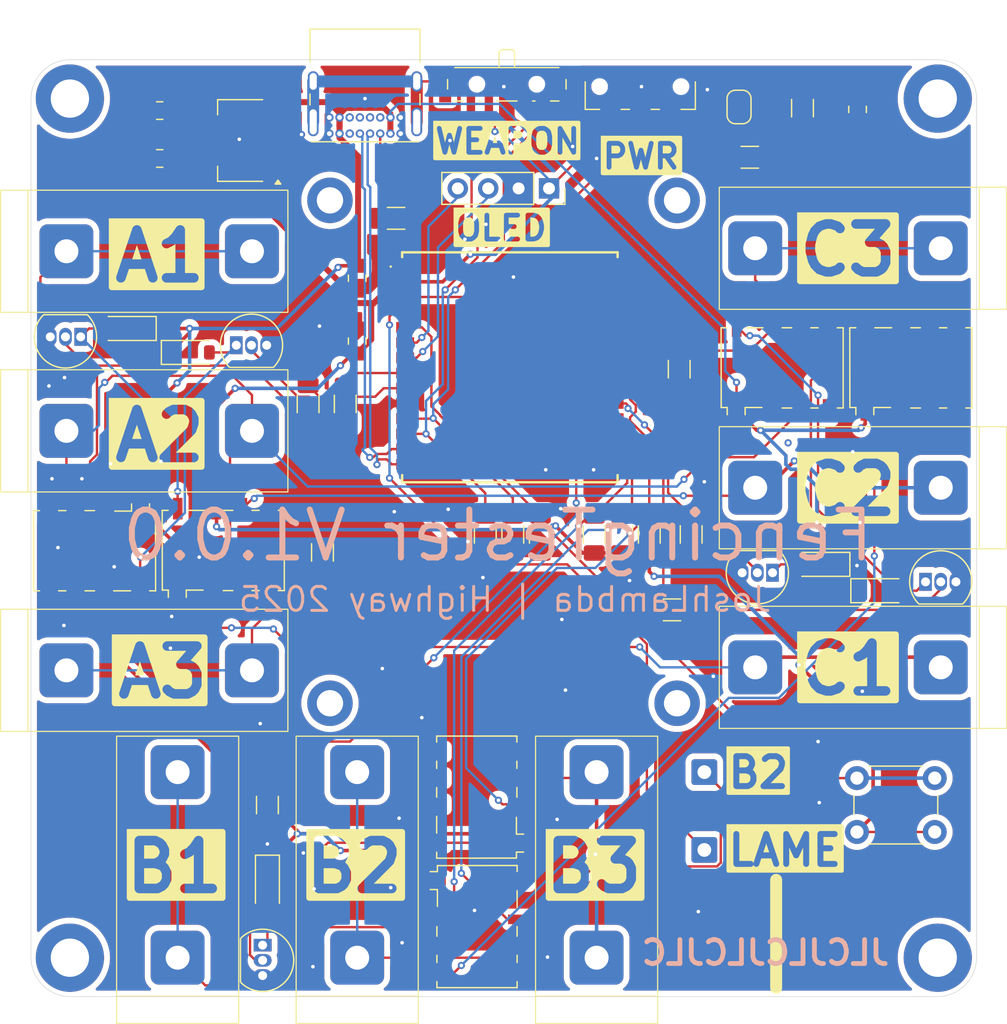
<source format=kicad_pcb>
(kicad_pcb (version 20241229) (generator "pcbnew") (generator_version "9.0")
  (layers (0 "F.Cu" signal) (2 "B.Cu" signal) (13 "F.Paste" user) (15 "B.Paste" user) (5 "F.SilkS" user "F.Silkscreen") (7 "B.SilkS" user "B.Silkscreen") (1 "F.Mask" user) (3 "B.Mask" user) (25 "Edge.Cuts" user))
  (net 0 "")
  (net 1 "VD1")
  (net 2 "+5V")
  (net 3 "WT2")
  (net 4 "Net-(P1-SHIELD)")
  (net 5 "Net-(JP1-A)")
  (net 6 "Net-(D1-A)")
  (net 7 "Net-(D2-A)")
  (net 8 "Net-(D3-A)")
  (net 9 "Net-(D4-A)")
  (net 10 "LAME")
  (net 11 "C1")
  (net 13 "WT1")
  (net 14 "A2")
  (net 15 "A1")
  (net 16 "C2")
  (net 18 "A3")
  (net 20 "C3")
  (net 21 "SG1")
  (net 22 "WT3")
  (net 23 "VDR2")
  (net 24 "VDR1")
  (net 26 "B1")
  (net 27 "B2")
  (net 30 "B3")
  (net 31 "VDR3")
  (net 35 "Net-(P1-CC)")
  (net 36 "USB_D-")
  (net 37 "USB_D+")
  (net 38 "Net-(Q1-B)")
  (net 39 "Net-(Q2-B)")
  (net 40 "Net-(Q3-B)")
  (net 41 "Net-(Q4-B)")
  (net 42 "REL1")
  (net 43 "REL2")
  (net 44 "REL3")
  (net 45 "REL4")
  (net 46 "Net-(SW1-C)")
  (net 47 "WPS A")
  (net 48 "WPS B")
  (net 49 "BTN USE")
  (net 55 "SDA")
  (net 57 "EN")
  (net 59 "SCL")
  (net 60 "Net-(D5-A)")
  (net 61 "Net-(K4-Pad4)")
  (net 66 "Net-(Q5-B)")
  (net 67 "REL5")
  (footprint "Relay_SMD:Relay_DPDT_Omron_G6K-2F-Y" (layer "F.Cu") (at 77.06 88.25 90)
    (property "Reference" "K2" (hide yes))
    (property "Value" "G6K-2")
  )
  (footprint "Button_Switch_THT:SW_PUSH_6mm_H13mm" (layer "F.Cu") (at 136.5 111.75 180)
    (property "Reference" "SW3" (hide yes))
    (property "Value" "SW_Push")
  )
  (footprint "Capacitor_SMD:C_0805_2012Metric_Pad1.18x1.45mm_HandSolder" (layer "F.Cu") (at 130.05 51.4 -90)
    (property "Reference" "C3" (hide yes))
    (property "Value" "1 nF")
  )
  (footprint "Custom:R_1206_3216Metric_Pad1.30x1.75mm_HandSolder_Text" (layer "F.Cu") (at 91.5 60.5)
    (property "Reference" "R9" (hide yes))
    (property "Value" "5.1k")
  )
  (footprint "Connector_PinSocket_2.54mm:PinSocket_1x04_P2.54mm_Vertical" (layer "F.Cu") (at 104.275 58 -90)
    (property "Reference" "J3" (hide yes))
    (property "Value" "Conn_01x04")
  )
  (footprint "Custom:R_1206_3216Metric_Pad1.30x1.75mm_HandSolder_Text" (layer "F.Cu") (at 121.05 55.4)
    (property "Reference" "R12" (hide yes))
    (property "Value" "10k")
  )
  (footprint "Custom:Fencing Plug" (layer "F.Cu") (at 82.46 78.25 -90)
    (property "Reference" "J1")
    (property "Value" "External Box")
  )
  (footprint "Package_TO_SOT_SMD:SOT-223" (layer "F.Cu") (at 78.5 54 180)
    (property "Reference" "U2" (hide yes))
    (property "Value" "AMS1117-3.3")
  )
  (footprint "Custom:R_1206_3216Metric_Pad1.30x1.75mm_HandSolder_Text" (layer "F.Cu") (at 112.65 86.9 90)
    (property "Reference" "R5" (hide yes))
    (property "Value" "1Ω")
  )
  (footprint "Diode_SMD:D_SOD-123" (layer "F.Cu") (at 127.05 89.4 180)
    (property "Reference" "D5" (hide yes))
    (property "Value" "1N4148")
  )
  (footprint "Custom:R_1206_3216Metric_Pad1.30x1.75mm_HandSolder_Text" (layer "F.Cu") (at 125.45 51.3 -90)
    (property "Reference" "R11" (hide yes))
    (property "Value" "1M")
  )
  (footprint "MountingHole:MountingHole_2.2mm_M2_DIN965_Pad_TopBottom" (layer "F.Cu") (at 114.975 59)
    (property "Reference" "H5" (hide yes))
    (property "Value" "MountingHole")
  )
  (footprint "Custom:Fencing Plug" (layer "F.Cu") (at 118.5 83 90)
    (property "Reference" "J5" (hide yes))
    (property "Value" "Test Output")
  )
  (footprint "Custom:R_1206_3216Metric_Pad1.30x1.75mm_HandSolder_Text" (layer "F.Cu") (at 98.95 86.9 90)
    (property "Reference" "R14" (hide yes))
    (property "Value" "10k")
  )
  (footprint "Package_TO_SOT_THT:TO-92_Inline" (layer "F.Cu") (at 80.35 121.2 -90)
    (property "Reference" "Q4" (hide yes))
    (property "Value" "BC547")
  )
  (footprint "Custom:R_1206_3216Metric_Pad1.30x1.75mm_HandSolder_Text" (layer "F.Cu") (at 87.25 76 -90)
    (property "Reference" "R1" (hide yes))
    (property "Value" "510")
  )
  (footprint "Button_Switch_SMD:SW_SP3T_PCM13" (layer "F.Cu") (at 100.75 49.63 180)
    (property "Reference" "SW2")
    (property "Value" "SW_DP3T")
  )
  (footprint "Package_TO_SOT_THT:TO-92_Inline" (layer "F.Cu") (at 65.15 70.4 180)
    (property "Reference" "Q2" (hide yes))
    (property "Value" "BC547")
  )
  (footprint "MountingHole:MountingHole_2.2mm_M2_DIN965_Pad_TopBottom" (layer "F.Cu") (at 114.975 101)
    (property "Reference" "H7" (hide yes))
    (property "Value" "MountingHole")
  )
  (footprint "Connector_USB:USB_C_Receptacle_GCT_USB4085" (layer "F.Cu") (at 91.875 53.425 180)
    (property "Reference" "P1")
    (property "Value" "USB_C_Plug_USB2.0")
  )
  (footprint "Relay_SMD:Relay_DPDT_Omron_G6K-2F-Y" (layer "F.Cu") (at 123.75 73 90)
    (property "Reference" "K3" (hide yes))
    (property "Value" "G6K-2")
  )
  (footprint "Relay_SMD:Relay_DPDT_Omron_G6K-2F-Y" (layer "F.Cu") (at 98.25 119.65)
    (property "Reference" "K4" (hide yes))
    (property "Value" "G6K-2")
  )
  (footprint "Diode_SMD:D_SOD-123" (layer "F.Cu") (at 69.1 69.7 180)
    (property "Reference" "D2" (hide yes))
    (property "Value" "1N4148")
  )
  (footprint "MountingHole:MountingHole_3.2mm_M3_ISO7380_Pad_TopBottom" (layer "F.Cu") (at 136.75 122.25)
    (property "Reference" "H4" (hide yes))
    (property "Value" "MountingHole")
  )
  (footprint "Custom:R_1206_3216Metric_Pad1.30x1.75mm_HandSolder_Text" (layer "F.Cu") (at 85.35 88.4 -90)
    (property "Reference" "R17" (hide yes))
    (property "Value" "10k")
  )
  (footprint "Connector_Wire:SolderWire-0.5sqmm_1x01_D0.9mm_OD2.1mm" (layer "F.Cu") (at 117.25 113.25)
    (property "Reference" "J4" (hide yes))
    (property "Value" "Lame Tab")
  )
  (footprint "Jumper:SolderJumper-2_P1.3mm_Bridged_RoundedPad1.0x1.5mm" (layer "F.Cu") (at 120.15 51.2 90)
    (property "Reference" "JP1" (hide yes))
    (property "Value" "SolderJumper_2_Closed")
  )
  (footprint "Relay_SMD:Relay_DPDT_Omron_G6K-2F-Y" (layer "F.Cu") (at 98.25 108.84 180)
    (property "Reference" "K5" (hide yes))
    (property "Value" "G6K-2")
  )
  (footprint "MountingHole:MountingHole_3.2mm_M3_ISO7380_Pad_TopBottom" (layer "F.Cu") (at 64.25 50.5)
    (property "Reference" "H2")
    (property "Value" "MountingHole")
  )
  (footprint "Relay_SMD:Relay_DPDT_Omron_G6K-2F-Y" (layer "F.Cu") (at 134.5 73 90)
    (property "Reference" "K6" (hide yes))
    (property "Value" "G6K-2")
  )
  (footprint "Custom:R_1206_3216Metric_Pad1.30x1.75mm_HandSolder_Text" (layer "F.Cu") (at 114.55 93.2)
    (property "Reference" "R3" (hide yes))
    (property "Value" "510")
  )
  (footprint "Diode_SMD:D_SOD-123" (layer "F.Cu") (at 80.75 116.05 -90)
    (property "Reference" "D4" (hide yes))
    (property "Value" "1N4148")
  )
  (footprint "Package_TO_SOT_THT:TO-92_Inline" (layer "F.Cu") (at 135.73 90.86)
    (property "Reference" "Q3" (hide yes))
    (property "Value" "BC547")
  )
  (footprint "Relay_SMD:Relay_DPDT_Omron_G6K-2F-Y" (layer "F.Cu") (at 66.31 88.25 -90)
    (property "Reference" "K1" (hide yes))
    (property "Value" "G6K-2")
  )
  (footprint "Custom:R_1206_3216Metric_Pad1.30x1.75mm_HandSolder_Text" (layer "F.Cu") (at 103.55 86.9 90)
    (property "Reference" "R15" (hide yes))
    (property "Value" "10k")
  )
  (footprint "Custom:R_1206_3216Metric_Pad1.30x1.75mm_HandSolder_Text" (layer "F.Cu") (at 108.05 86.9 90)
    (property "Reference" "R7" (hide yes))
    (property "Value" "1Ω")
  )
  (footprint "Diode_SMD:D_SOD-123" (layer "F.Cu") (at 74.25 71.7)
    (property "Reference" "D1" (hide yes))
    (property "Value" "1N4148")
  )
  (footprint "Package_TO_SOT_THT:TO-92_Inline" (layer "F.Cu") (at 122.95 90.1 180)
    (property "Reference" "Q5" (hide yes))
    (property "Value" "BC547")
  )
  (footprint "Custom:R_1206_3216Metric_Pad1.30x1.75mm_HandSolder_Text" (layer "F.Cu") (at 110.35 86.9 90)
    (property "Reference" "R4" (hide yes))
    (property "Value" "1Ω")
  )
  (footprint "Custom:R_1206_3216Metric_Pad1.30x1.75mm_HandSolder_Text" (layer "F.Cu") (at 80.75 109.5 -90)
    (property "Reference" "R6" (hide yes))
    (property "Value" "510")
  )
  (footprint "Custom:Fencing Plug" (layer "F.Cu") (at 88.25 103.75)
    (property "Reference" "J2" (hide yes))
    (property "Value" "Aux Wire")
  )
  (footprint "Custom:R_1206_3216Metric_Pad1.30x1.75mm_HandSolder_Text" (layer "F.Cu") (at 116.15 86.9 -90)
    (property "Reference" "R8" (hide yes))
    (property "Value" "510")
  )
  (footprint "Capacitor_SMD:C_0805_2012Metric_Pad1.18x1.45mm_HandSolder" (layer "F.Cu") (at 71.75 51.5 180)
    (property "Reference" "C7" (hide yes))
    (property "Value" "10 µF")
  )
  (footprint "Button_Switch_SMD:SW_SPDT_CK_JS102011SAQN" (layer "F.Cu") (at 111.9 49.5 180)
    (property "Reference" "SW1")
    (property "Value" "SW_SPDT")
  )
  (footprint "Capacitor_SMD:C_0805_2012Metric_Pad1.18x1.45mm_HandSolder" (layer "F.Cu") (at 88.25 70.75 90)
    (property "Reference" "C8" (hide yes))
    (property "Value" "0.1 µF")
  )
  (footprint "Importer:ESP32C6WROOM1UN8" (layer "F.Cu") (at 101.005 72.94)
    (property "Reference" "IC1" (hide yes))
    (property "Value" "ESP32-C6-WROOM-1U-N8" (hide yes))
  )
  (footprint "Custom:R_1206_3216Metric_Pad1.30x1.75mm_HandSolder_Text" (layer "F.Cu") (at 84.15 76 -90)
    (property "Reference" "R2" (hide yes))
    (property "Value" "510")
  )
  (footprint "Custom:R_1206_3216Metric_Pad1.30x1.75mm_HandSolder_Text" (layer "F.Cu") (at 101.25 86.9 -90)
    (property "Reference" "R13" (hide yes))
    (property "Value" "10k")
  )
  (footprint "Diode_SMD:D_SOD-123" (layer "F.Cu") (at 131.85 91.6)
    (property "Reference" "D3" (hide yes))
    (property "Value" "1N4148")
  )
  (footprint "Capacitor_SMD:C_0805_2012Metric_Pad1.18x1.45mm_HandSolder" (layer "F.Cu") (at 71.75 55.5 180)
    (property "Reference" "C6" (hide yes))
    (property "Value" "10 µF")
  )
  (footprint "MountingHole:MountingHole_2.2mm_M2_DIN965_Pad_TopBottom" (layer "F.Cu") (at 85.975 59)
    (property "Reference" "H6" (hide yes))
    (property "Value" "MountingHole")
  )
  (footprint "Package_TO_SOT_THT:TO-92_Inline" (layer "F.Cu") (at 78.15 71.1)
    (property "Reference" "Q1" (hide yes))
    (property "Value" "BC547")
  )
  (footprint "Connector_Wire:SolderWire-0.5sqmm_1x01_D0.9mm_OD2.1mm" (layer "F.Cu") (at 117.25 106.75)
    (property "Reference" "J6" (hide yes))
    (property "Value" "Small Pin")
  )
  (footprint "MountingHole:MountingHole_3.2mm_M3_ISO7380_Pad_TopBottom" (layer "F.Cu") (at 136.75 50.5)
    (property "Reference" "H1")
    (property "Value" "MountingHole")
  )
  (footprint "MountingHole:MountingHole_3.2mm_M3_ISO7380_Pad_TopBottom" (layer "F.Cu") (at 64.25 122.25)
    (property "Reference" "H3")
    (property "Value" "MountingHole")
  )
  (footprint "Capacitor_SMD:C_0805_2012Metric_Pad1.18x1.45mm_HandSolder" (layer "F.Cu") (at 88.25 65.5 -90)
    (property "Reference" "C9" (hide yes))
    (property "Value" "0.1 µF")
  )
  (footprint "Custom:R_1206_3216Metric_Pad1.30x1.75mm_HandSolder_Text" (layer "F.Cu") (at 115.15 73.1 90)
    (property "Reference" "R16" (hide yes))
    (property "Value" "10k")
  )
  (footprint "MountingHole:MountingHole_2.2mm_M2_DIN965_Pad_TopBottom" (layer "F.Cu") (at 85.975 101)
    (property "Reference" "H8" (hide yes))
    (property "Value" "MountingHole")
  )
  (gr_rect (start 96.45 59.75) (end 104.2 62.75) (stroke (width 0.3)) (fill no) (layer "F.SilkS"))
  (gr_rect (start 67.75 75.75) (end 75.25 81.25) (stroke (width 0.5)) (fill no) (layer "F.SilkS"))
  (gr_rect (start 69.25 111.75) (end 77 117.25) (stroke (width 0.5)) (fill no) (layer "F.SilkS"))
  (gr_rect (start 125.25 80.25) (end 133.25 85.75) (stroke (width 0.5)) (fill no) (layer "F.SilkS"))
  (gr_rect (start 94.75 52.5) (end 106.75 55.5) (stroke (width 0.3)) (fill no) (layer "F.SilkS"))
  (gr_rect (start 67.75 60.75) (end 75.25 66.25) (stroke (width 0.5)) (fill no) (layer "F.SilkS"))
  (gr_rect (start 119.25 111.25) (end 128.75 115) (stroke (width 0.3)) (fill no) (layer "F.SilkS"))
  (gr_line (start 123.25 115.75) (end 123.25 124.75) (stroke (width 1)) (layer "F.SilkS"))
  (gr_rect (start 104.25 111.75) (end 112 117.25) (stroke (width 0.5)) (fill no) (layer "F.SilkS"))
  (gr_rect (start 125.25 60.25) (end 133.25 65.75) (stroke (width 0.5)) (fill no) (layer "F.SilkS"))
  (gr_rect (start 108.75 53.75) (end 115.25 56.75) (stroke (width 0.3)) (fill no) (layer "F.SilkS"))
  (gr_rect (start 68 95.5) (end 75.5 101) (stroke (width 0.5)) (fill no) (layer "F.SilkS"))
  (gr_rect (start 84.25 111.75) (end 92 117.25) (stroke (width 0.5)) (fill no) (layer "F.SilkS"))
  (gr_rect (start 119.25 104.75) (end 124.25 108.5) (stroke (width 0.3)) (fill no) (layer "F.SilkS"))
  (gr_rect (start 125.25 95.25) (end 133.25 100.75) (stroke (width 0.5)) (fill no) (layer "F.SilkS"))
  (gr_arc (start 61 50.55) (mid 61.966548 48.216548) (end 64.3 47.25) (stroke (width 0.05)) (layer "Edge.Cuts"))
  (gr_arc (start 140 122.2) (mid 139.033452 124.533452) (end 136.7 125.5) (stroke (width 0.05)) (layer "Edge.Cuts"))
  (gr_line (start 140 122.2) (end 140 50.55) (stroke (width 0.05)) (layer "Edge.Cuts"))
  (gr_line (start 61 50.55) (end 61 122.2) (stroke (width 0.05)) (layer "Edge.Cuts"))
  (gr_arc (start 136.7 47.25) (mid 139.033452 48.216548) (end 140 50.55) (stroke (width 0.05)) (layer "Edge.Cuts"))
  (gr_line (start 64.3 125.5) (end 136.7 125.5) (stroke (width 0.05)) (layer "Edge.Cuts"))
  (gr_arc (start 64.3 125.5) (mid 61.966548 124.533452) (end 61 122.2) (stroke (width 0.05)) (layer "Edge.Cuts"))
  (gr_line (start 136.7 47.25) (end 64.3 47.25) (stroke (width 0.05)) (layer "Edge.Cuts"))
  (gr_text "A2" (at 71.75 81 0) (layer "F.SilkS" knockout) (effects (font (size 4 4) (thickness 0.8) (bold yes)) (justify bottom)))
  (gr_text "A1" (at 71.75 66 0) (layer "F.SilkS" knockout) (effects (font (size 4 4) (thickness 0.8) (bold yes)) (justify bottom)))
  (gr_text "PWR" (at 108.55 56.5 0) (layer "F.SilkS" knockout) (effects (font (size 2 2) (thickness 0.4) (bold yes)) (justify left bottom)))
  (gr_text "LAME" (at 119 114.75 0) (layer "F.SilkS" knockout) (effects (font (size 2.5 2.5) (thickness 0.5) (bold yes)) (justify left bottom)))
  (gr_text "C1" (at 129.25 100.5 0) (layer "F.SilkS" knockout) (effects (font (size 4 4) (thickness 0.8) (bold yes)) (justify bottom)))
  (gr_text "C3" (at 129.25 65.5 0) (layer "F.SilkS" knockout) (effects (font (size 4 4) (thickness 0.8) (bold yes)) (justify bottom)))
  (gr_text "B2" (at 88 117 0) (layer "F.SilkS" knockout) (effects (font (size 4 4) (thickness 0.8) (bold yes)) (justify bottom)))
  (gr_text "B3" (at 108 117 0) (layer "F.SilkS" knockout) (effects (font (size 4 4) (thickness 0.8) (bold yes)) (justify bottom)))
  (gr_text "C2" (at 129.25 85.5 0) (layer "F.SilkS" knockout) (effects (font (size 4 4) (thickness 0.8) (bold yes)) (justify bottom)))
  (gr_text "WEAPON" (at 94.55 55.25 0) (layer "F.SilkS" knockout) (effects (font (size 2 2) (thickness 0.4) (bold yes)) (justify left bottom)))
  (gr_text "A3" (at 72 100.75 0) (layer "F.SilkS" knockout) (effects (font (size 4 4) (thickness 0.8) (bold yes)) (justify bottom)))
  (gr_text "B1" (at 73 117 0) (layer "F.SilkS" knockout) (effects (font (size 4 4) (thickness 0.8) (bold yes)) (justify bottom)))
  (gr_text "B2" (at 119 108.25 0) (layer "F.SilkS" knockout) (effects (font (size 2.5 2.5) (thickness 0.5) (bold yes)) (justify left bottom)))
  (gr_text "OLED" (at 96.25 62.5 0) (layer "F.SilkS" knockout) (effects (font (size 2 2) (thickness 0.4) (bold yes)) (justify left bottom)))
  (gr_text "JoshLambda | Highway 2025" (at 123 93.5 0) (layer "B.SilkS") (effects (font (size 2 2) (thickness 0.25)) (justify left bottom mirror)))
  (gr_text "FencingTester V1.0.0" (at 100 87 0) (layer "B.SilkS") (effects (font (size 4 4) (thickness 0.5)) (justify mirror)))
  (gr_text "JLCJLCJLCJLC" (at 132.9 123 0) (layer "B.SilkS") (effects (font (size 2 2) (thickness 0.4) (bold yes)) (justify left bottom mirror)))
  (via (at 124.25 79.25) (size 0.6) (drill 0.3) (layers "F.Cu" "B.Cu") (net 0))
  (segment (start 93.05 63.735) (end 92.255 64.53) (width 0.5) (layer "F.Cu") (net 1))
  (segment (start 90.2575 64.53) (end 92.255 64.53) (width 0.2) (layer "F.Cu") (net 1))
  (segment (start 93.05 60.5) (end 93.05 63.735) (width 0.5) (layer "F.Cu") (net 1))
  (segment (start 88.25 66.5375) (end 90.2575 64.53) (width 0.2) (layer "F.Cu") (net 1))
  (via (at 96 54) (size 0.6) (drill 0.3) (layers "F.Cu" "B.Cu") (net 1))
  (via (at 117.25 82.5) (size 0.6) (drill 0.3) (layers "F.Cu" "B.Cu") (net 1))
  (via (at 97.25 62.25) (size 0.6) (drill 0.3) (layers "F.Cu" "B.Cu") (net 1))
  (via (at 71.85 80.8) (size 0.6) (drill 0.3) (layers "F.Cu" "B.Cu") (net 1))
  (via (at 118 98.75) (size 0.6) (drill 0.3) (layers "F.Cu" "B.Cu") (net 1))
  (via (at 83.6 53.5) (size 0.6) (drill 0.3) (layers "F.Cu" "B.Cu") (net 1))
  (via (at 67.65 81) (size 0.6) (drill 0.3) (layers "F.Cu" "B.Cu") (net 1))
  (via (at 126.85 109.3) (size 0.6) (drill 0.3) (layers "F.Cu" "B.Cu") (net 1))
  (via (at 105.35 94) (size 0.6) (drill 0.3) (layers "F.Cu" "B.Cu") (net 1))
  (via (at 83.75 113.5) (size 0.6) (drill 0.3) (layers "F.Cu" "B.Cu") (net 1))
  (via (at 104.15 122.2) (size 0.6) (drill 0.3) (layers "F.Cu" "B.Cu") (net 1))
  (via (at 78.4 53.9) (size 0.6) (drill 0.3) (layers "F.Cu" "B.Cu") (net 1))
  (via (at 130.45 100) (size 0.6) (drill 0.3) (layers "F.Cu" "B.Cu") (net 1))
  (via (at 106.25 54.5) (size 0.6) (drill 0.3) (layers "F.Cu" "B.Cu") (net 1))
  (via (at 92 121) (size 0.6) (drill 0.3) (layers "F.Cu" "B.Cu") (net 1))
  (via (at 112 49.5) (size 0.6) (drill 0.3) (layers "F.Cu" "B.Cu") (net 1))
  (via (at 90.35 98.1) (size 0.6) (drill 0.3) (layers "F.Cu" "B.Cu") (net 1))
  (via (at 111 90.75) (size 0.6) (drill 0.3) (layers "F.Cu" "B.Cu") (net 1))
  (via (at 80.15 102.7) (size 0.6) (drill 0.3) (layers "F.Cu" "B.Cu") (net 1))
  (via (at 63.8 73.8) (size 0.6) (drill 0.3) (layers "F.Cu" "B.Cu") (net 1))
  (via (at 65.25 82.25) (size 0.6) (drill 0.3) (layers "F.Cu" "B.Cu") (net 1))
  (via (at 98.05 118.3) (size 0.6) (drill 0.3) (layers "F.Cu" "B.Cu") (net 1))
  (via (at 93.65 102.2) (size 0.6) (drill 0.3) (layers "F.Cu" "B.Cu") (net 1))
  (via (at 63.75 94.5) (size 0.6) (drill 0.3) (layers "F.Cu" "B.Cu") (net 1))
  (via (at 101.3 65.4) (size 0.6) (drill 0.3) (layers "F.Cu" "B.Cu") (net 1))
  (via (at 129.65 80) (size 0.6) (drill 0.3) (layers "F.Cu" "B.Cu") (net 1))
  (via (at 105.25 84.75) (size 0.6) (drill 0.3) (layers "F.Cu" "B.Cu") (net 1))
  (via (at 85.1 69.5) (size 0.6) (drill 0.3) (layers "F.Cu" "B.Cu") (net 1))
  (via (at 108 81.5) (size 0.6) (drill 0.3) (layers "F.Cu" "B.Cu") (net 1))
  (via (at 91.75 110.6) (size 0.6) (drill 0.3) (layers "F.Cu" "B.Cu") (net 1))
  (via (at 95.85 84.8) (size 0.6) (drill 0.3) (layers "F.Cu" "B.Cu") (net 1))
  (via (at 117.5 49.75) (size 0.6) (drill 0.3) (layers "F.Cu" "B.Cu") (net 1))
  (via (at 67.95 89.6) (size 0.6) (drill 0.3) (layers "F.Cu" "B.Cu") (net 1))
  (via (at 62.75 82.25) (size 0.6) (drill 0.3) (layers "F.Cu" "B.Cu") (net 1))
  (via (at 99 61) (size 0.6) (drill 0.3) (layers "F.Cu" "B.Cu") (net 1))
  (via (at 100.5 49.5) (size 0.6) (drill 0.3) (layers "F.Cu" "B.Cu") (net 1))
  (via (at 97.5 87.5) (size 0.6) (drill 0.3) (layers "F.Cu" "B.Cu") (net 1))
  (via (at 98.75 90.5) (size 0.6) (drill 0.3) (layers "F.Cu" "B.Cu") (net 1))
  (via (at 84.65 116.5) (size 0.6) (drill 0.3) (layers "F.Cu" "B.Cu") (net 1))
  (via (at 88.9 50.5) (size 0.6) (drill 0.3) (layers "F.Cu" "B.Cu") (net 1))
  (via (at 72.65 96.4) (size 0.6) (drill 0.3) (layers "F.Cu" "B.Cu") (net 1))
  (via (at 91.05 116.4) (size 0.6) (drill 0.3) (layers "F.Cu" "B.Cu") (net 1))
  (via (at 108.25 55.5) (size 0.6) (drill 0.3) (layers "F.Cu" "B.Cu") (net 1))
  (via (at 126.75 104.2) (size 0.6) (drill 0.3) (layers "F.Cu" "B.Cu") (net 1))
  (via (at 80.75 112.75) (size 0.6) (drill 0.3) (layers "F.Cu" "B.Cu") (net 1))
  (via (at 75.05 88.8) (size 0.6) (drill 0.3) (layers "F.Cu" "B.Cu") (net 1))
  (via (at 104 81.5) (size 0.6) (drill 0.3) (layers "F.Cu" "B.Cu") (net 1))
  (via (at 91.35 85) (size 0.6) (drill 0.3) (layers "F.Cu" "B.Cu") (net 1))
  (via (at 63.25 88) (size 0.6) (drill 0.3) (layers "F.Cu" "B.Cu") (net 1))
  (via (at 130.25 85.9) (size 0.6) (drill 0.3) (layers "F.Cu" "B.Cu") (net 1))
  (via (at 104.95 110.7) (size 0.6) (drill 0.3) (layers "F.Cu" "B.Cu") (net 1))
  (via (at 84.55 123) (size 0.6) (drill 0.3) (layers "F.Cu" "B.Cu") (net 1))
  (via (at 72.75 93.75) (size 0.6) (drill 0.3) (layers "F.Cu" "B.Cu") (net 1))
  (via (at 130 89.5) (size 0.6) (drill 0.3) (layers "F.Cu" "B.Cu") (net 1))
  (via (at 116.75 118.4) (size 0.6) (drill 0.3) (layers "F.Cu" "B.Cu") (net 1))
  (via (at 105.65 99.9) (size 0.6) (drill 0.3) (layers "F.Cu" "B.Cu") (net 1))
  (via (at 62.5 74.5) (size 0.6) (drill 0.3) (layers "F.Cu" "B.Cu") (net 1))
  (segment (start 86.340393 51.259607) (end 86.354786 51.274) (width 0.5) (layer "F.Cu") (net 2))
  (segment (start 72.7875 51.5) (end 81.45 51.5) (width 0.3) (layer "F.Cu") (net 2))
  (segment (start 92.21 113.3) (end 86.85 113.3) (width 0.3) (layer "F.Cu") (net 2))
  (segment (start 88.326 64.3865) (end 88.25 64.4625) (width 0.5) (layer "F.Cu") (net 2))
  (segment (start 80.96713 110.049) (end 81.63087 110.049) (width 0.3) (layer "F.Cu") (net 2))
  (segment (start 74.25 69.7) (end 74.25 70.05) (width 0.3) (layer "F.Cu") (net 2))
  (segment (start 128.7 87.95) (end 126.65 85.9) (width 0.3) (layer "F.Cu") (net 2))
  (segment (start 94.75 115.84) (end 92.21 113.3) (width 0.3) (layer "F.Cu") (net 2))
  (segment (start 79.524 108.423016) (end 79.524 108.60587) (width 0.3) (layer "F.Cu") (net 2))
  (segment (start 81.63087 110.049) (end 83.251 111.66913) (width 0.3) (layer "F.Cu") (net 2))
  (segment (start 91.025 51.792214) (end 90.506786 51.274) (width 0.5) (layer "F.Cu") (net 2))
  (segment (start 128.7 89.4) (end 128.7 87.95) (width 0.3) (layer "F.Cu") (net 2))
  (segment (start 130.35 78) (end 130.69 77.66) (width 0.3) (layer "F.Cu") (net 2))
  (segment (start 83.251 111.899) (end 80.75 114.4) (width 0.3) (layer "F.Cu") (net 2))
  (segment (start 130.2 91.6) (end 130.2 90.9) (width 0.3) (layer "F.Cu") (net 2))
  (segment (start 73.25 87.88) (end 73.25 91.75) (width 0.3) (layer "F.Cu") (net 2))
  (segment (start 130.69 77.66) (end 130.69 76.5) (width 0.3) (layer "F.Cu") (net 2))
  (segment (start 87.293214 51.274) (end 86.775 51.792214) (width 0.5) (layer "F.Cu") (net 2))
  (segment (start 63.959 90.499) (end 63.959 92.858016) (width 0.3) (layer "F.Cu") (net 2))
  (segment (start 119.94 74.2) (end 119.94 76.5) (width 0.2) (layer "F.Cu") (net 2))
  (segment (start 79.524 108.60587) (end 80.96713 110.049) (width 0.3) (layer "F.Cu") (net 2))
  (segment (start 119.94 76.5) (end 121.64 78.2) (width 0.3) (layer "F.Cu") (net 2))
  (segment (start 81.65 51.7) (end 82.556 50.794) (width 0.5) (layer "F.Cu") (net 2))
  (segment (start 70.12 84.75) (end 70.12 82.8) (width 0.3) (layer "F.Cu") (net 2))
  (segment (start 86.775 52.8) (end 86.775 53.425) (width 0.5) (layer "F.Cu") (net 2))
  (segment (start 74.25 70.05) (end 72.6 71.7) (width 0.3) (layer "F.Cu") (net 2))
  (segment (start 88.25 64.4625) (end 86.7875 64.4625) (width 0.3) (layer "F.Cu") (net 2))
  (segment (start 87.8 51.274) (end 87.293214 51.274) (width 0.5) (layer "F.Cu") (net 2))
  (segment (start 100.999 111.899) (end 83.251 111.899) (width 0.3) (layer "F.Cu") (net 2))
  (segment (start 63.959 92.858016) (end 79.524 108.423016) (width 0.3) (layer "F.Cu") (net 2))
  (segment (start 82.556 50.794) (end 85.874786 50.794) (width 0.5) (layer "F.Cu") (net 2))
  (segment (start 70.12 84.75) (end 73.25 87.88) (width 0.3) (layer "F.Cu") (net 2))
  (segment (start 91.025 53.425) (end 91.025 51.792214) (width 0.5) (layer "F.Cu") (net 2))
  (segment (start 73.2 74.25) (end 70.12 77.33) (width 0.3) (layer "F.Cu") (net 2))
  (segment (start 90.506786 51.274) (end 87.8 51.274) (width 0.5) (layer "F.Cu") (net 2))
  (segment (start 86.775 51.792214) (end 86.775 52.8) (width 0.5) (layer "F.Cu") (net 2))
  (segment (start 86.775 53.765) (end 88.326 55.316) (width 0.5) (layer "F.Cu") (net 2))
  (segment (start 88.326 55.316) (end 88.326 64.3865) (width 0.5) (layer "F.Cu") (net 2))
  (segment (start 86.354786 51.274) (end 87.8 51.274) (width 0.5) (layer "F.Cu") (net 2))
  (segment (start 86.775 53.425) (end 86.775 53.765) (width 0.5) (layer "F.Cu") (net 2))
  (segment (start 69.708 84.75) (end 63.959 90.499) (width 0.3) (layer "F.Cu") (net 2))
  (segment (start 86.340393 51.259607) (end 86.775 51.694214) (width 0.5) (layer "F.Cu") (net 2))
  (segment (start 86.7875 64.4625) (end 86.65 64.6) (width 0.3) (layer "F.Cu") (net 2))
  (segment (start 70.11 84.75) (end 69.708 84.75) (width 0.3) (layer "F.Cu") (net 2))
  (segment (start 121.64 78.2) (end 121.95 78.2) (width 0.3) (layer "F.Cu") (net 2))
  (segment (start 70.12 77.33) (end 70.12 82.8) (width 0.3) (layer "F.Cu") (net 2))
  (segment (start 101.75 112.65) (end 100.999 111.899) (width 0.3) (layer "F.Cu") (net 2))
  (segment (start 83.251 111.66913) (end 83.251 111.899) (width 0.3) (layer "F.Cu") (net 2))
  (segment (start 86.775 51.694214) (end 86.775 52.8) (width 0.5) (layer "F.Cu") (net 2))
  (segment (start 130.2 90.9) (end 128.7 89.4) (width 0.3) (layer "F.Cu") (net 2))
  (segment (start 70.75 69.7) (end 74.25 69.7) (width 0.3) (layer "F.Cu") (net 2))
  (segment (start 85.874786 50.794) (end 86.340393 51.259607) (width 0.5) (layer "F.Cu") (net 2))
  (via (at 86.85 113.3) (size 0.6) (drill 0.3) (layers "F.Cu" "B.Cu") (net 2))
  (via (at 119.94 74.2) (size 0.6) (drill 0.3) (layers "F.Cu" "B.Cu") (net 2))
  (via (at 83.251 111.899) (size 0.6) (drill 0.3) (layers "F.Cu" "B.Cu") (net 2))
  (via (at 86.65 64.6) (size 0.6) (drill 0.3) (layers "F.Cu" "B.Cu") (net 2))
  (via (at 126.65 85.9) (size 0.6) (drill 0.3) (layers "F.Cu" "B.Cu") (net 2))
  (via (at 74.25 69.7) (size 0.6) (drill 0.3) (layers "F.Cu" "B.Cu") (net 2))
  (via (at 121.95 78.2) (size 0.6) (drill 0.3) (layers "F.Cu" "B.Cu") (net 2))
  (via (at 130.35 78) (size 0.6) (drill 0.3) (layers "F.Cu" "B.Cu") (net 2))
  (via (at 73.2 74.25) (size 0.6) (drill 0.3) (layers "F.Cu" "B.Cu") (net 2))
  (segment (start 124.47055 81.4605) (end 124.0605 81.05045) (width 0.3) (layer "B.Cu") (net 2))
  (segment (start 119 73.26) (end 119 69.8) (width 0.2) (layer "B.Cu") (net 2))
  (segment (start 86.65 64.6) (end 81.55 69.7) (width 0.3) (layer "B.Cu") (net 2))
  (segment (start 100.144 50.944) (end 91.661026 50.944) (width 0.2) (layer "B.Cu") (net 2))
  (segment (start 74.25 73.2) (end 74.25 69.7) (width 0.3) (layer "B.Cu") (net 2))
  (segment (start 121.95 78.2) (end 130.15 78.2) (width 0.3) (layer "B.Cu") (net 2))
  (segment (start 124.0605 80.3105) (end 121.95 78.2) (width 0.3) (layer "B.Cu") (net 2))
  (segment (start 81.55 69.7) (end 74.25 69.7) (width 0.3) (layer "B.Cu") (net 2))
  (segment (start 91.661026 50.944) (end 91.025 51.580026) (width 0.2) (layer "B.Cu") (net 2))
  (segment (start 130.15 78.2) (end 130.35 78) (width 0.3) (layer "B.Cu") (net 2))
  (segment (start 91.025 51.580026) (end 91.025 52.075) (width 0.2) (layer "B.Cu") (net 2))
  (segment (start 126.65 85.9) (end 126.65 82.9) (width 0.3) (layer "B.Cu") (net 2))
  (segment (start 125.2105 81.4605) (end 124.47055 81.4605) (width 0.3) (layer "B.Cu") (net 2))
  (segment (start 73.2 74.25) (end 74.25 73.2) (width 0.3) (layer "B.Cu") (net 2))
  (segment (start 119.94 74.2) (end 119 73.26) (width 0.2) (layer "B.Cu") (net 2))
  (segment (start 86.85 113.3) (end 85.449 111.899) (width 0.3) (layer "B.Cu") (net 2))
  (segment (start 124.0605 81.05045) (end 124.0605 80.3105) (width 0.3) (layer "B.Cu") (net 2))
  (segment (start 85.449 111.899) (end 83.251 111.899) (width 0.3) (layer "B.Cu") (net 2))
  (segment (start 126.65 82.9) (end 125.2105 81.4605) (width 0.3) (layer "B.Cu") (net 2))
  (segment (start 119 69.8) (end 100.144 50.944) (width 0.2) (layer "B.Cu") (net 2))
  (segment (start 107.751 51.73784) (end 107.751 54.524) (width 0.2) (layer "F.Cu") (net 3))
  (segment (start 87.074 66.121594) (end 87.074 67.172292) (width 0.5) (layer "F.Cu") (net 3))
  (segment (start 130 111.75) (end 136.5 111.75) (width 0.2) (layer "F.Cu") (net 3))
  (segment (start 87.477708 67.576) (end 89.647 67.576) (width 0.5) (layer "F.Cu") (net 3))
  (segment (start 87.074 67.172292) (end 87.477708 67.576) (width 0.5) (layer "F.Cu") (net 3))
  (segment (start 80.199 59.246594) (end 87.074 66.121594) (width 0.5) (layer "F.Cu") (net 3))
  (segment (start 79.35 56.3) (end 80.199 55.451) (width 0.3) (layer "F.Cu") (net 3))
  (segment (start 89.647 67.576) (end 91.423 65.8) (width 0.5) (layer "F.Cu") (net 3))
  (segment (start 112.65 90) (end 113.05 90.4) (width 0.3) (layer "F.Cu") (net 3))
  (segment (start 89.426 67.797) (end 89.426 70.6115) (width 0.5) (layer "F.Cu") (net 3))
  (segment (start 107.087369 88.45) (end 108.05 88.45) (width 0.3) (layer "F.Cu") (net 3))
  (segment (start 125.15 97.8) (end 131.351 104.001) (width 0.3) (layer "F.Cu") (net 3))
  (segment (start 80.199 55.451) (end 80.199 59.246594) (width 0.5) (layer "F.Cu") (net 3))
  (segment (start 76.5 86.25) (end 76.5 76.25) (width 0.3) (layer "F.Cu") (net 3))
  (segment (start 109.19084 50.298) (end 107.751 51.73784) (width 0.2) (layer "F.Cu") (net 3))
  (segment (start 99.75 53.25) (end 99.75 52.55) (width 0.2) (layer "F.Cu") (net 3))
  (segment (start 104.819421 86.182052) (end 107.087369 88.45) (width 0.3) (layer "F.Cu") (net 3))
  (segment (start 72.7875 55.5) (end 73.5875 56.3) (width 0.3) (layer "F.Cu") (net 3))
  (segment (start 131.351 104.001) (end 131.351 110.399) (width 0.3) (layer "F.Cu") (net 3))
  (segment (start 92.255 65.8) (end 95.4 65.8) (width 0.3) (layer "F.Cu") (net 3))
  (segment (start 91.423 65.8) (end 89.426 67.797) (width 0.5) (layer "F.Cu") (net 3))
  (segment (start 112.65 88.45) (end 108.05 88.45) (width 0.3) (layer "F.Cu") (net 3))
  (segment (start 115.17626 50.298) (end 109.19084 50.298) (width 0.2) (layer "F.Cu") (net 3))
  (segment (start 95.4 65.8) (end 97.7 63.5) (width 0.3) (layer "F.Cu") (net 3))
  (segment (start 73.5875 56.3) (end 79.35 56.3) (width 0.3) (layer "F.Cu") (net 3))
  (segment (start 112.65 88.45) (end 112.65 90) (width 0.3) (layer "F.Cu") (net 3))
  (segment (start 99.75 52.55) (end 99.25 52.05) (width 0.2) (layer "F.Cu") (net 3))
  (segment (start 87.8625 71.7875) (end 88.25 71.7875) (width 0.3) (layer "F.Cu") (net 3))
  (segment (start 89.426 70.6115) (end 88.25 71.7875) (width 0.5) (layer "F.Cu") (net 3))
  (segment (start 119.10226 54.224) (end 115.17626 50.298) (width 0.2) (layer "F.Cu") (net 3))
  (segment (start 107.751 54.524) (end 104.275 58) (width 0.2) (layer "F.Cu") (net 3))
  (segment (start 131.351 110.399) (end 130 111.75) (width 0.3) (layer "F.Cu") (net 3))
  (segment (start 86.85 72.8) (end 87.8625 71.7875) (width 0.3) (layer "F.Cu") (net 3))
  (segment (start 76.5 76.25) (end 78.05 74.7) (width 0.3) (layer "F.Cu") (net 3))
  (segment (start 81.65 54) (end 80.199 55.451) (width 0.5) (layer "F.Cu") (net 3))
  (segment (start 121.424 54.224) (end 119.10226 54.224) (width 0.2) (layer "F.Cu") (net 3))
  (segment (start 122.6 55.4) (end 121.424 54.224) (width 0.2) (layer "F.Cu") (net 3))
  (segment (start 91.423 65.8) (end 92.255 65.8) (width 0.5) (layer "F.Cu") (net 3))
  (segment (start 99.25 52.05) (end 99.25 50.905) (width 0.2) (layer "F.Cu") (net 3))
  (via (at 97.7 63.5) (size 0.6) (drill 0.3) (layers "F.Cu" "B.Cu") (net 3))
  (via (at 86.85 72.8) (size 0.6) (drill 0.3) (layers "F.Cu" "B.Cu") (net 3))
  (via (at 104.819421 86.182052) (size 0.6) (drill 0.3) (layers "F.Cu" "B.Cu") (net 3))
  (via (at 113.05 90.4) (size 0.6) (drill 0.3) (layers "F.Cu" "B.Cu") (net 3))
  (via (at 125.15 97.8) (size 0.6) (drill 0.3) (layers "F.Cu" "B.Cu") (net 3))
  (via (at 76.5 86.25) (size 0.6) (drill 0.3) (layers "F.Cu" "B.Cu") (net 3))
  (via (at 99.75 53.25) (size 0.6) (drill 0.3) (layers "F.Cu" "B.Cu") (net 3))
  (via (at 78.05 74.7) (size 0.6) (drill 0.3) (layers "F.Cu" "B.Cu") (net 3))
  (segment (start 104.15 86.5) (end 104.524265 86.125735) (width 0.3) (layer "B.Cu") (net 3))
  (segment (start 99.8 63.5) (end 105 58.3) (width 0.3) (layer "B.Cu") (net 3))
  (segment (start 125.15 97.049016) (end 125.15 97.8) (width 0.3) (layer "B.Cu") (net 3))
  (segment (start 100.3 53.3) (end 105 58) (width 0.2) (layer "B.Cu") (net 3))
  (segment (start 99.8 53.3) (end 100.3 53.3) (width 0.2) (layer "B.Cu") (net 3))
  (segment (start 97.7 63.5) (end 99.8 63.5) (width 0.3) (layer "B.Cu") (net 3))
  (segment (start 99.75 53.25) (end 99.8 53.3) (width 0.2) (layer "B.Cu") (net 3))
  (segment (start 78.05 74.7) (end 84.95 74.7) (width 0.3) (layer "B.Cu") (net 3))
  (segment (start 113.05 90.4) (end 118.500984 90.4) (width 0.3) (layer "B.Cu") (net 3))
  (segment (start 76.5 86.25) (end 76.75 86.5) (width 0.3) (layer "B.Cu") (net 3))
  (segment (start 76.75 86.5) (end 104.15 86.5) (width 0.3) (layer "B.Cu") (net 3))
  (segment (start 118.500984 90.4) (end 125.15 97.049016) (width 0.3) (layer "B.Cu") (net 3))
  (segment (start 105 58.3) (end 105 58) (width 0.3) (layer "B.Cu") (net 3))
  (segment (start 84.95 74.7) (end 86.85 72.8) (width 0.3) (layer "B.Cu") (net 3))
  (segment (start 104.763104 86.125735) (end 104.819421 86.182052) (width 0.3) (layer "B.Cu") (net 3))
  (segment (start 104.524265 86.125735) (end 104.763104 86.125735) (width 0.3) (layer "B.Cu") (net 3))
  (segment (start 103.983785 48.901) (end 103.581785 48.499) (width 0.2) (layer "F.Cu") (net 4))
  (segment (start 93.225 52.445) (end 93.225 49.065) (width 1) (layer "F.Cu") (net 4))
  (segment (start 126.0625 50.3625) (end 125.45 49.75) (width 0.2) (layer "F.Cu") (net 4))
  (segment (start 130.05 50.3625) (end 126.0625 50.3625) (width 0.2) (layer "F.Cu") (net 4))
  (segment (start 96.237 49.065) (end 93.225 49.065) (width 0.2) (layer "F.Cu") (net 4))
  (segment (start 103.581785 48.499) (end 96.803 48.499) (width 0.2) (layer "F.Cu") (net 4))
  (segment (start 96.803 48.499) (end 96.237 49.065) (width 0.2) (layer "F.Cu") (net 4))
  (segment (start 125.45 49.75) (end 124.399 48.699) (width 0.2) (layer "F.Cu") (net 4))
  (segment (start 124.399 48.699) (end 106.903 48.699) (width 0.2) (layer "F.Cu") (net 4))
  (segment (start 106.701 48.901) (end 103.983785 48.901) (width 0.2) (layer "F.Cu") (net 4))
  (segment (start 106.903 48.699) (end 106.701 48.901) (width 0.2) (layer "F.Cu") (net 4))
  (segment (start 84.575 52.445) (end 84.575 49.065) (width 1) (layer "B.Cu") (net 4))
  (segment (start 84.575 49.065) (end 93.225 49.065) (width 1) (layer "B.Cu") (net 4))
  (segment (start 121.15 52.85) (end 120.15 51.85) (width 0.2) (layer "F.Cu") (net 5))
  (segment (start 125.45 52.85) (end 121.15 52.85) (width 0.2) (layer "F.Cu") (net 5))
  (segment (start 125.8625 52.4375) (end 125.45 52.85) (width 0.2) (layer "F.Cu") (net 5))
  (segment (start 130.05 52.4375) (end 125.8625 52.4375) (width 0.2) (layer "F.Cu") (net 5))
  (segment (start 75.9 71.7) (end 77.55 71.7) (width 0.2) (layer "F.Cu") (net 6))
  (segment (start 70.15 88.8) (end 70.12 88.83) (width 0.2) (layer "F.Cu") (net 6))
  (segment (start 70.12 88.83) (end 70.12 91.75) (width 0.2) (layer "F.Cu") (net 6))
  (segment (start 77.55 71.7) (end 78.15 71.1) (width 0.2) (layer "F.Cu") (net 6))
  (via (at 70.15 88.8) (size 0.6) (drill 0.3) (layers "F.Cu" "B.Cu") (net 6))
  (segment (start 78.15 71.1) (end 73.851 75.399) (width 0.2) (layer "B.Cu") (net 6))
  (segment (start 73.851 85.099) (end 70.15 88.8) (width 0.2) (layer "B.Cu") (net 6))
  (segment (start 73.851 75.399) (end 73.851 85.099) (width 0.2) (layer "B.Cu") (net 6))
  (segment (start 65.85 69.7) (end 65.15 70.4) (width 0.2) (layer "F.Cu") (net 7))
  (segment (start 73.25 83.3) (end 73.25 84.75) (width 0.2) (layer "F.Cu") (net 7))
  (segment (start 67.45 69.7) (end 65.85 69.7) (width 0.2) (layer "F.Cu") (net 7))
  (via (at 73.25 83.3) (size 0.6) (drill 0.3) (layers "F.Cu" "B.Cu") (net 7))
  (segment (start 65.15 70.4) (end 73.25 78.5) (width 0.2) (layer "B.Cu") (net 7))
  (segment (start 73.25 78.5) (end 73.25 83.3) (width 0.2) (layer "B.Cu") (net 7))
  (segment (start 120.74 70.3) (end 119.94 69.5) (width 0.2) (layer "F.Cu") (net 8))
  (segment (start 126.75 75.273265) (end 126.75 84.85) (width 0.2) (layer "F.Cu") (net 8))
  (segment (start 121.05 70.3) (end 120.74 70.3) (width 0.2) (layer "F.Cu") (net 8))
  (segment (start 126.75 84.85) (end 133.5 91.6) (width 0.2) (layer "F.Cu") (net 8))
  (segment (start 133.5 91.6) (end 134.99 91.6) (width 0.2) (layer "F.Cu") (net 8))
  (segment (start 134.99 91.6) (end 135.73 90.86) (width 0.2) (layer "F.Cu") (net 8))
  (via (at 121.05 70.3) (size 0.6) (drill 0.3) (layers "F.Cu" "B.Cu") (net 8))
  (via (at 126.75 75.273265) (size 0.6) (drill 0.3) (layers "F.Cu" "B.Cu") (net 8))
  (segment (start 121.776735 70.3) (end 121.05 70.3) (width 0.2) (layer "B.Cu") (net 8))
  (segment (start 126.75 75.273265) (end 121.776735 70.3) (width 0.2) (layer "B.Cu") (net 8))
  (segment (start 80.75 117.7) (end 80.75 120.8) (width 0.2) (layer "F.Cu") (net 9))
  (segment (start 80.75 117.7) (end 85.8 112.65) (width 0.2) (layer "F.Cu") (net 9))
  (segment (start 85.8 112.65) (end 94.75 112.65) (width 0.2) (layer "F.Cu") (net 9))
  (segment (start 80.75 120.8) (end 80.35 121.2) (width 0.2) (layer "F.Cu") (net 9))
  (segment (start 94.75 112.65) (end 98.56 112.65) (width 0.2) (layer "F.Cu") (net 9))
  (segment (start 98.56 112.65) (end 101.75 115.84) (width 0.2) (layer "F.Cu") (net 9))
  (segment (start 90.95 69.4) (end 90.95 68.695) (width 0.2) (layer "F.Cu") (net 10))
  (segment (start 98.08984 89.401) (end 105.800943 89.401) (width 0.2) (layer "F.Cu") (net 10))
  (segment (start 90.95 82.2) (end 94.95 86.2) (width 0.2) (layer "F.Cu") (net 10))
  (segment (start 91.305 68.34) (end 92.255 68.34) (width 0.2) (layer "F.Cu") (net 10))
  (segment (start 112.451 96.051057) (end 112.451 108.451) (width 0.2) (layer "F.Cu") (net 10))
  (segment (start 112.451 108.451) (end 117.25 113.25) (width 0.2) (layer "F.Cu") (net 10))
  (segment (start 94.95 86.26116) (end 98.08984 89.401) (width 0.2) (layer "F.Cu") (net 10))
  (segment (start 94.95 86.2) (end 94.95 86.26116) (width 0.2) (layer "F.Cu") (net 10))
  (segment (start 90.95 68.695) (end 91.305 68.34) (width 0.2) (layer "F.Cu") (net 10))
  (segment (start 105.800943 89.401) (end 112.451 96.051057) (width 0.2) (layer "F.Cu") (net 10))
  (via (at 90.95 82.2) (size 0.6) (drill 0.3) (layers "F.Cu" "B.Cu") (net 10))
  (via (at 90.95 69.4) (size 0.6) (drill 0.3) (layers "F.Cu" "B.Cu") (net 10))
  (segment (start 90.95 82.2) (end 90.95 69.4) (width 0.2) (layer "B.Cu") (net 10))
  (segment (start 122.351 97.149) (end 136.149 97.149) (width 0.3) (layer "F.Cu") (net 11))
  (segment (start 82.75 96.3) (end 111.85 96.3) (width 0.2) (layer "F.Cu") (net 11))
  (segment (start 67.66 94.7) (end 77.75 94.7) (width 0.2) (layer "F.Cu") (net 11))
  (segment (start 81.25 94.8) (end 82.75 96.3) (width 0.2) (layer "F.Cu") (net 11))
  (segment (start 136.149 97.149) (end 137 98) (width 0.3) (layer "F.Cu") (net 11))
  (segment (start 121.5 98) (end 122.351 97.149) (width 0.3) (layer "F.Cu") (net 11))
  (segment (start 64.71 91.75) (end 67.66 94.7) (width 0.2) (layer "F.Cu") (net 11))
  (via (at 81.25 94.8) (size 0.6) (drill 0.3) (layers "F.Cu" "B.Cu") (net 11))
  (via (at 77.75 94.7) (size 0.6) (drill 0.3) (layers "F.Cu" "B.Cu") (net 11))
  (via (at 111.85 96.3) (size 0.6) (drill 0.3) (layers "F.Cu" "B.Cu") (net 11))
  (segment (start 111.85 96.3) (end 113.55 98) (width 0.2) (layer "B.Cu") (net 11))
  (segment (start 81.15 94.7) (end 81.25 94.8) (width 0.2) (layer "B.Cu") (net 11))
  (segment (start 77.75 94.7) (end 81.15 94.7) (width 0.2) (layer "B.Cu") (net 11))
  (segment (start 113.55 98) (end 121.5 98) (width 0.2) (layer "B.Cu") (net 11))
  (segment (start 79.549 91.159) (end 80.758 89.95) (width 0.2) (layer "F.Cu") (net 13))
  (segment (start 80.758 89.95) (end 85.35 89.95) (width 0.2) (layer "F.Cu") (net 13))
  (segment (start 79.549 92.951) (end 79.549 91.159) (width 0.2) (layer "F.Cu") (net 13))
  (segment (start 66.91 91.75) (end 68.111 92.951) (width 0.2) (layer "F.Cu") (net 13))
  (segment (start 68.111 92.951) (end 79.549 92.951) (width 0.2) (layer "F.Cu") (net 13))
  (segment (start 121.401 80.449) (end 117.401 80.449) (width 0.2) (layer "F.Cu") (net 14))
  (segment (start 77.848943 73.649) (end 67.801 73.649) (width 0.2) (layer "F.Cu") (net 14))
  (segment (start 63.96 84) (end 63.96 78.25) (width 0.2) (layer "F.Cu") (net 14))
  (segment (start 125.35 76.5) (end 121.401 80.449) (width 0.2) (layer "F.Cu") (net 14))
  (segment (start 67.251043 74.198957) (end 67.161 74.198957) (width 0.2) (layer "F.Cu") (net 14))
  (segment (start 64.71 84.75) (end 63.96 84) (width 0.2) (layer "F.Cu") (net 14))
  (segment (start 117.401 80.449) (end 115.55 82.3) (width 0.2) (layer "F.Cu") (net 14))
  (segment (start 79.46 78.25) (end 77.629 80.081) (width 0.2) (layer "F.Cu") (net 14))
  (segment (start 77.629 91.049) (end 78.33 91.75) (width 0.2) (layer "F.Cu") (net 14))
  (segment (start 79.46 78.25) (end 79.46 75.260057) (width 0.2) (layer "F.Cu") (net 14))
  (segment (start 79.46 75.260057) (end 77.848943 73.649) (width 0.2) (layer "F.Cu") (net 14))
  (segment (start 67.801 73.649) (end 67.251043 74.198957) (width 0.2) (layer "F.Cu") (net 14))
  (segment (start 77.629 80.081) (end 77.629 91.049) (width 0.2) (layer "F.Cu") (net 14))
  (via (at 115.55 82.3) (size 0.6) (drill 0.3) (layers "F.Cu" "B.Cu") (net 14))
  (via (at 67.161 74.198957) (size 0.6) (drill 0.3) (layers "F.Cu" "B.Cu") (net 14))
  (segment (start 114.95 82.9) (end 84.11 82.9) (width 0.2) (layer "B.Cu") (net 14))
  (segment (start 66.682407 74.67755) (end 67.161 74.198957) (width 0.2) (layer "B.Cu") (net 14))
  (segment (start 66.682407 77.777592) (end 66.682407 74.67755) (width 0.2) (layer "B.Cu") (net 14))
  (segment (start 84.11 82.9) (end 79.46 78.25) (width 0.2) (layer "B.Cu") (net 14))
  (segment (start 63.96 78.25) (end 66.209999 78.25) (width 0.2) (layer "B.Cu") (net 14))
  (segment (start 115.55 82.3) (end 114.95 82.9) (width 0.2) (layer "B.Cu") (net 14))
  (segment (start 66.209999 78.25) (end 66.682407 77.777592) (width 0.2) (layer "B.Cu") (net 14))
  (segment (start 65.939274 85.422726) (end 65.939274 80.801) (width 0.2) (layer "F.Cu") (net 15))
  (segment (start 65.411 85.951) (end 65.939274 85.422726) (width 0.2) (layer "F.Cu") (net 15))
  (segment (start 66.099 73.202) (end 64.01886 73.202) (width 0.2) (layer "F.Cu") (net 15))
  (segment (start 66.511 73.614) (end 66.099 73.202) (width 0.2) (layer "F.Cu") (net 15))
  (segment (start 63.711 85.951) (end 65.411 85.951) (width 0.2) (layer "F.Cu") (net 15))
  (segment (start 65.939274 80.801) (end 66.511 80.229274) (width 0.2) (layer "F.Cu") (net 15))
  (segment (start 61.784 65.426) (end 63.96 63.25) (width 0.2) (layer "F.Cu") (net 15))
  (segment (start 66.511 80.229274) (end 66.511 73.614) (width 0.2) (layer "F.Cu") (net 15))
  (segment (start 62.51 84.75) (end 63.711 85.951) (width 0.2) (layer "F.Cu") (net 15))
  (segment (start 64.01886 73.202) (end 61.784 70.96714) (width 0.2) (layer "F.Cu") (net 15))
  (segment (start 61.784 70.96714) (end 61.784 65.426) (width 0.2) (layer "F.Cu") (net 15))
  (segment (start 63.96 63.25) (end 79.46 63.25) (width 0.2) (layer "B.Cu") (net 15))
  (segment (start 121.5 83) (end 122.521 83) (width 0.3) (layer "F.Cu") (net 16))
  (segment (start 79.51 83.9) (end 78.66 84.75) (width 0.2) (layer "F.Cu") (net 16))
  (segment (start 120.830778 83.669222) (end 121.5 83) (width 0.2) (layer "F.Cu") (net 16))
  (segment (start 115.5 83.669222) (end 120.830778 83.669222) (width 0.2) (layer "F.Cu") (net 16))
  (segment (start 122.521 83) (end 124.7605 80.7605) (width 0.3) (layer "F.Cu") (net 16))
  (segment (start 79.65 83.9) (end 79.51 83.9) (width 0.2) (layer "F.Cu") (net 16))
  (via (at 79.65 83.9) (size 0.6) (drill 0.3) (layers "F.Cu" "B.Cu") (net 16))
  (via (at 124.7605 80.7605) (size 0.6) (drill 0.3) (layers "F.Cu" "B.Cu") (net 16))
  (via (at 115.5 83.669222) (size 0.6) (drill 0.3) (layers "F.Cu" "B.Cu") (net 16))
  (segment (start 125.4815 80.7605) (end 124.7605 80.7605) (width 0.3) (layer "B.Cu") (net 16))
  (segment (start 127.721 83) (end 125.4815 80.7605) (width 0.3) (layer "B.Cu") (net 16))
  (segment (start 137 83) (end 127.721 83) (width 0.3) (layer "B.Cu") (net 16))
  (segment (start 115.5 83.669222) (end 79.880778 83.669222) (width 0.2) (layer "B.Cu") (net 16))
  (segment (start 79.880778 83.669222) (end 79.65 83.9) (width 0.2) (layer "B.Cu") (net 16))
  (segment (start 80.86 93.39) (end 79.46 94.79) (width 0.2) (layer "F.Cu") (net 18))
  (segment (start 79.46 94.79) (end 79.46 98.25) (width 0.2) (layer "F.Cu") (net 18))
  (segment (start 80.86 91.75) (end 80.86 93.39) (width 0.2) (layer "F.Cu") (net 18))
  (segment (start 63.96 98.25) (end 79.46 98.25) (width 0.2) (layer "B.Cu") (net 18))
  (segment (start 121.5 65.65) (end 121.5 63) (width 0.2) (layer "F.Cu") (net 20))
  (segment (start 125.35 69.5) (end 121.5 65.65) (width 0.2) (layer "F.Cu") (net 20))
  (segment (start 121.5 63) (end 137 63) (width 0.2) (layer "B.Cu") (net 20))
  (segment (start 137.109 75.299) (end 128.761 75.299) (width 0.2) (layer "F.Cu") (net 21))
  (segment (start 138.31 76.5) (end 137.109 75.299) (width 0.2) (layer "F.Cu") (net 21))
  (segment (start 128.761 75.299) (end 127.56 76.5) (width 0.2) (layer "F.Cu") (net 21))
  (segment (start 115.15 71.55) (end 121.1 71.55) (width 0.2) (layer "F.Cu") (net 22))
  (segment (start 121.1 71.55) (end 123.15 69.5) (width 0.2) (layer "F.Cu") (net 22))
  (segment (start 100.8 119.05) (end 101.75 119.05) (width 0.2) (layer "F.Cu") (net 23))
  (segment (start 110.35 85.35) (end 111.207 84.493) (width 0.2) (layer "F.Cu") (net 23))
  (segment (start 109.175 86.525) (end 110.35 85.35) (width 0.2) (layer "F.Cu") (net 23))
  (segment (start 111.207 84.493) (end 111.207 79.42) (width 0.2) (layer "F.Cu") (net 23))
  (segment (start 111.207 79.42) (end 110.287 78.5) (width 0.2) (layer "F.Cu") (net 23))
  (segment (start 110.287 78.5) (end 109.755 78.5) (width 0.2) (layer "F.Cu") (net 23))
  (segment (start 96.95 115.2) (end 100.8 119.05) (width 0.2) (layer "F.Cu") (net 23))
  (via (at 96.95 115.2) (size 0.6) (drill 0.3) (layers "F.Cu" "B.Cu") (net 23))
  (via (at 109.175 86.525) (size 0.6) (drill 0.3) (layers "F.Cu" "B.Cu") (net 23))
  (segment (start 107.551728 86.525) (end 96.95 97.126728) (width 0.2) (layer "B.Cu") (net 23))
  (segment (start 96.95 97.126728) (end 96.95 115.2) (width 0.2) (layer "B.Cu") (net 23))
  (segment (start 109.175 86.525) (end 107.551728 86.525) (width 0.2) (layer "B.Cu") (net 23))
  (segment (start 108.05 85.35) (end 110.806 82.594) (width 0.2) (layer "F.Cu") (net 24))
  (segment (start 110.806 82.594) (end 110.806 80.256) (width 0.2) (layer "F.Cu") (net 24))
  (segment (start 110.806 80.256) (end 110.32 79.77) (width 0.2) (layer "F.Cu") (net 24))
  (segment (start 107.6 85.35) (end 108.05 85.35) (width 0.2) (layer "F.Cu") (net 24))
  (segment (start 96.35 115.9) (end 96.35 117.45) (width 0.2) (layer "F.Cu") (net 24))
  (segment (start 106.75 86.2) (end 107.6 85.35) (width 0.2) (layer "F.Cu") (net 24))
  (segment (start 110.32 79.77) (end 109.755 79.77) (width 0.2) (layer "F.Cu") (net 24))
  (segment (start 96.35 117.45) (end 94.75 119.05) (width 0.2) (layer "F.Cu") (net 24))
  (via (at 106.75 86.2) (size 0.6) (drill 0.3) (layers "F.Cu" "B.Cu") (net 24))
  (via (at 96.35 115.9) (size 0.6) (drill 0.3) (layers "F.Cu" "B.Cu") (net 24))
  (segment (start 106.75 86.2) (end 96.35 96.6) (width 0.2) (layer "B.Cu") (net 24))
  (segment (start 96.35 96.6) (end 96.35 115.9) (width 0.2) (layer "B.Cu") (net 24))
  (segment (start 85.78414 119.699) (end 80.91714 124.566) (width 0.2) (layer "F.Cu") (net 26))
  (segment (start 94.75 121.25) (end 93.199 119.699) (width 0.2) (layer "F.Cu") (net 26))
  (segment (start 93.199 119.699) (end 85.78414 119.699) (width 0.2) (layer "F.Cu") (net 26))
  (segment (start 75.566 124.566) (end 73.25 122.25) (width 0.2) (layer "F.Cu") (net 26))
  (segment (start 80.91714 124.566) (end 75.566 124.566) (width 0.2) (layer "F.Cu") (net 26))
  (segment (start 73.25 106.75) (end 73.25 122.25) (width 0.2) (layer "B.Cu") (net 26))
  (segment (start 101.75 120.92) (end 108.044 114.626) (width 0.2) (layer "F.Cu") (net 27))
  (segment (start 100.42 122.25) (end 101.75 120.92) (width 0.2) (layer "F.Cu") (net 27))
  (segment (start 118.626 114.31016) (end 118.626 108.126) (width 0.2) (layer "F.Cu") (net 27))
  (segment (start 88.25 122.25) (end 100.42 122.25) (width 0.2) (layer "F.Cu") (net 27))
  (segment (start 108.044 114.626) (end 118.31016 114.626) (width 0.2) (layer "F.Cu") (net 27))
  (segment (start 118.31016 114.626) (end 118.626 114.31016) (width 0.2) (layer "F.Cu") (net 27))
  (segment (start 118.626 108.126) (end 117.25 106.75) (width 0.2) (layer "F.Cu") (net 27))
  (segment (start 88.25 122.25) (end 88.25 106.75) (width 0.2) (layer "B.Cu") (net 27))
  (segment (start 108.25 113.5) (end 108.15 113.6) (width 0.3) (layer "F.Cu") (net 30))
  (segment (start 108.25 106.75) (end 108.25 113.5) (width 0.3) (layer "F.Cu") (net 30))
  (segment (start 107.76 107.24) (end 108.25 106.75) (width 0.2) (layer "F.Cu") (net 30))
  (segment (start 101.75 107.24) (end 107.76 107.24) (width 0.2) (layer "F.Cu") (net 30))
  (via (at 108.15 113.6) (size 0.6) (drill 0.3) (layers "F.Cu" "B.Cu") (net 30))
  (segment (start 108.15 113.6) (end 108.25 113.7) (width 0.3) (layer "B.Cu") (net 30))
  (segment (start 108.25 113.7) (end 108.25 122.25) (width 0.3) (layer "B.Cu") (net 30))
  (segment (start 112.5 85.35) (end 112.65 85.35) (width 0.2) (layer "F.Cu") (net 31))
  (segment (start 110.287 77.23) (end 109.755 77.23) (width 0.2) (layer "F.Cu") (net 31))
  (segment (start 112.65 85.35) (end 112.65 79.593) (width 0.2) (layer "F.Cu") (net 31))
  (segment (start 100.39 109.44) (end 101.75 109.44) (width 0.2) (layer "F.Cu") (net 31))
  (segment (start 111.05 86.8) (end 112.5 85.35) (width 0.2) (layer "F.Cu") (net 31))
  (segment (start 112.65 79.593) (end 110.287 77.23) (width 0.2) (layer "F.Cu") (net 31))
  (segment (start 100.05 109.1) (end 100.39 109.44) (width 0.2) (layer "F.Cu") (net 31))
  (via (at 100.05 109.1) (size 0.6) (drill 0.3) (layers "F.Cu" "B.Cu") (net 31))
  (via (at 111.05 86.8) (size 0.6) (drill 0.3) (layers "F.Cu" "B.Cu") (net 31))
  (segment (start 100.05 109.1) (end 97.351 106.401) (width 0.2) (layer "B.Cu") (net 31))
  (segment (start 97.351 106.401) (end 97.351 97.292828) (width 0.2) (layer "B.Cu") (net 31))
  (segment (start 104.943828 89.7) (end 108.15 89.7) (width 0.2) (layer "B.Cu") (net 31))
  (segment (start 108.15 89.7) (end 111.05 86.8) (width 0.2) (layer "B.Cu") (net 31))
  (segment (start 97.351 97.292828) (end 104.943828 89.7) (width 0.2) (layer "B.Cu") (net 31))
  (segment (start 89.95 60.5) (end 90.61 59.84) (width 0.2) (layer "F.Cu") (net 35))
  (segment (start 90.175 53.425) (end 90.175 60.275) (width 0.2) (layer "F.Cu") (net 35))
  (segment (start 90.175 60.275) (end 89.95 60.5) (width 0.2) (layer "F.Cu") (net 35))
  (segment (start 89.867801 80.18) (end 89.582322 80.465479) (width 0.2) (layer "F.Cu") (net 36))
  (segment (start 92.255 79.77) (end 91.129999 79.77) (width 0.2) (layer "F.Cu") (net 36))
  (segment (start 89.582322 80.465479) (end 89.299479 80.465479) (width 0.2) (layer "F.Cu") (net 36))
  (segment (start 91.129999 79.77) (end 90.719999 80.18) (width 0.2) (layer "F.Cu") (net 36))
  (segment (start 90.719999 80.18) (end 89.867801 80.18) (width 0.2) (layer "F.Cu") (net 36))
  (via (at 89.299479 80.465479) (size 0.6) (drill 0.3) (layers "F.Cu" "B.Cu") (net 36))
  (segment (start 88.891 79.624998) (end 88.674999 79.840999) (width 0.2) (layer "B.Cu") (net 36))
  (segment (start 88.475 53.425) (end 88.674999 53.624999) (width 0.2) (layer "B.Cu") (net 36))
  (segment (start 88.674999 53.624999) (end 88.674999 57.872314) (width 0.2) (layer "B.Cu") (net 36))
  (segment (start 88.674999 79.840999) (end 89.299479 80.465479) (width 0.2) (layer "B.Cu") (net 36))
  (segment (start 88.674999 57.872314) (end 88.891 58.088315) (width 0.2) (layer "B.Cu") (net 36))
  (segment (start 88.891 58.088315) (end 88.891 79.624998) (width 0.2) (layer "B.Cu") (net 36))
  (segment (start 92.255 81.04) (end 91.129999 81.04) (width 0.2) (layer "F.Cu") (net 37))
  (segment (start 91.129999 81.04) (end 90.719999 80.63) (width 0.2) (layer "F.Cu") (net 37))
  (segment (start 89.900521 80.783678) (end 89.900521 81.066521) (width 0.2) (layer "F.Cu") (net 37))
  (segment (start 90.054199 80.63) (end 89.900521 80.783678) (width 0.2) (layer "F.Cu") (net 37))
  (segment (start 90.719999 80.63) (end 90.054199 80.63) (width 0.2) (layer "F.Cu") (net 37))
  (via (at 89.900521 81.066521) (size 0.6) (drill 0.3) (layers "F.Cu" "B.Cu") (net 37))
  (segment (start 89.34098 79.657037) (end 89.900479 80.216536) (width 0.2) (layer "B.Cu") (net 37))
  (segment (start 89.125001 53.624999) (end 89.125001 57.685948) (width 0.2) (layer "B.Cu") (net 37))
  (segment (start 89.34098 57.901927) (end 89.34098 79.657037) (width 0.2) (layer "B.Cu") (net 37))
  (segment (start 89.325 53.425) (end 89.125001 53.624999) (width 0.2) (layer "B.Cu") (net 37))
  (segment (start 89.900521 80.430125) (end 89.900521 81.066521) (width 0.2) (layer "B.Cu") (net 37))
  (segment (start 89.900479 80.216536) (end 89.900479 80.430083) (width 0.2) (layer "B.Cu") (net 37))
  (segment (start 89.125001 57.685948) (end 89.34098 57.901927) (width 0.2) (layer "B.Cu") (net 37))
  (segment (start 89.900479 80.430083) (end 89.900521 80.430125) (width 0.2) (layer "B.Cu") (net 37))
  (segment (start 84.226 75.401) (end 83.28984 75.401) (width 0.2) (layer "F.Cu") (net 38))
  (segment (start 86.375 77.55) (end 84.226 75.401) (width 0.2) (layer "F.Cu") (net 38))
  (segment (start 83.28984 75.401) (end 79.42 71.53116) (width 0.2) (layer "F.Cu") (net 38))
  (segment (start 79.42 71.53116) (end 79.42 71.1) (width 0.2) (layer "F.Cu") (net 38))
  (segment (start 87.25 77.55) (end 86.375 77.55) (width 0.2) (layer "F.Cu") (net 38))
  (segment (start 79.401 72.801) (end 65.674 72.801) (width 0.2) (layer "F.Cu") (net 39))
  (segment (start 84.15 77.55) (end 79.401 72.801) (width 0.2) (layer "F.Cu") (net 39))
  (segment (start 65.674 72.801) (end 63.88 71.007) (width 0.2) (layer "F.Cu") (net 39))
  (segment (start 63.88 71.007) (end 63.88 70.4) (width 0.2) (layer "F.Cu") (net 39))
  (segment (start 135.267 93.2) (end 137 91.467) (width 0.2) (layer "F.Cu") (net 40))
  (segment (start 116.1 93.2) (end 135.267 93.2) (width 0.2) (layer "F.Cu") (net 40))
  (segment (start 137 91.467) (end 137 90.86) (width 0.2) (layer "F.Cu") (net 40))
  (segment (start 79.299 112.501) (end 79.299 122.026) (width 0.2) (layer "F.Cu") (net 41))
  (segment (start 79.299 122.026) (end 79.743 122.47) (width 0.2) (layer "F.Cu") (net 41))
  (segment (start 79.743 122.47) (end 80.35 122.47) (width 0.2) (layer "F.Cu") (net 41))
  (segment (start 80.75 111.05) (end 79.299 112.501) (width 0.2) (layer "F.Cu") (net 41))
  (segment (start 87.25 74.45) (end 88.28 73.42) (width 0.2) (layer "F.Cu") (net 42))
  (segment (start 88.28 73.42) (end 92.255 73.42) (width 0.2) (layer "F.Cu") (net 42))
  (segment (start 85.101 75.401) (end 89.749 75.401) (width 0.2) (layer "F.Cu") (net 43))
  (segment (start 90.46 74.69) (end 92.255 74.69) (width 0.2) (layer "F.Cu") (net 43))
  (segment (start 89.749 75.401) (end 90.46 74.69) (width 0.2) (layer "F.Cu") (net 43))
  (segment (start 84.15 74.45) (end 85.101 75.401) (width 0.2) (layer "F.Cu") (net 43))
  (segment (start 92.115 74.55) (end 92.255 74.69) (width 0.2) (layer "F.Cu") (net 43))
  (segment (start 113 93.2) (end 113.826 92.374) (width 0.2) (layer "F.Cu") (net 44))
  (segment (start 111.05 75.630761) (end 111.05 67.415) (width 0.2) (layer "F.Cu") (net 44))
  (segment (start 111.05 77.119239) (end 111.525 76.644239) (width 0.2) (layer "F.Cu") (net 44))
  (segment (start 111.05 67.415) (end 110.705 67.07) (width 0.2) (layer "F.Cu") (net 44))
  (segment (start 113.826 92.374) (end 113.826 80.2019) (width 0.2) (layer "F.Cu") (net 44))
  (segment (start 113.826 80.2019) (end 111.05 77.4259) (width 0.2) (layer "F.Cu") (net 44))
  (segment (start 111.525 76.644239) (end 111.525 76.105761) (width 0.2) (layer "F.Cu") (net 44))
  (segment (start 111.525 76.105761) (end 111.05 75.630761) (width 0.2) (layer "F.Cu") (net 44))
  (segment (start 111.05 77.4259) (end 111.05 77.119239) (width 0.2) (layer "F.Cu") (net 44))
  (segment (start 110.705 67.07) (end 109.755 67.07) (width 0.2) (layer "F.Cu") (net 44))
  (segment (start 84.501 104.199) (end 87.651 104.199) (width 0.2) (layer "F.Cu") (net 45))
  (segment (start 80.75 107.95) (end 84.501 104.199) (width 0.2) (layer "F.Cu") (net 45))
  (segment (start 106.55 68.473) (end 109.223 65.8) (width 0.2) (layer "F.Cu") (net 45))
  (segment (start 106.55 84.269222) (end 106.55 68.473) (width 0.2) (layer "F.Cu") (net 45))
  (segment (start 109.223 65.8) (end 109.755 65.8) (width 0.2) (layer "F.Cu") (net 45))
  (segment (start 87.651 104.199) (end 94.65 97.2) (width 0.2) (layer "F.Cu") (net 45))
  (via (at 106.55 84.269222) (size 0.6) (drill 0.3) (layers "F.Cu" "B.Cu") (net 45))
  (via (at 94.65 97.2) (size 0.6) (drill 0.3) (layers "F.Cu" "B.Cu") (net 45))
  (segment (start 106.55 85.3) (end 94.65 97.2) (width 0.2) (layer "B.Cu") (net 45))
  (segment (start 106.55 84.269222) (end 106.55 85.3) (width 0.2) (layer "B.Cu") (net 45))
  (segment (start 115.01016 50.699) (end 119.5 55.18884) (width 0.2) (layer "F.Cu") (net 46))
  (segment (start 119.5 55.18884) (end 119.5 55.4) (width 0.2) (layer "F.Cu") (net 46))
  (segment (start 110.951 50.699) (end 115.01016 50.699) (width 0.2) (layer "F.Cu") (net 46))
  (segment (start 109.4 52.25) (end 110.951 50.699) (width 0.2) (layer "F.Cu") (net 46))
  (segment (start 101.25 83.85) (end 94.6 77.2) (width 0.2) (layer "F.Cu") (net 47))
  (segment (start 92.255 77.23) (end 94.57 77.23) (width 0.2) (layer "F.Cu") (net 47))
  (segment (start 94.57 77.23) (end 94.6 77.2) (width 0.2) (layer "F.Cu") (net 47))
  (segment (start 100.5 54.71) (end 100.5 62.418531) (width 0.2) (layer "F.Cu") (net 47))
  (segment (start 103.75 51.46) (end 100.5 54.71) (width 0.2) (layer "F.Cu") (net 47))
  (segment (start 101.25 85.35) (end 101.25 83.85) (width 0.2) (layer "F.Cu") (net 47))
  (segment (start 100.5 62.418531) (end 96.448531 66.47) (width 0.2) (layer "F.Cu") (net 47))
  (segment (start 103.75 51.06) (end 103.75 51.46) (width 0.2) (layer "F.Cu") (net 47))
  (via (at 96.448531 66.47) (size 0.6) (drill 0.3) (layers "F.Cu" "B.Cu") (net 47))
  (via (at 94.6 77.2) (size 0.6) (drill 0.3) (layers "F.Cu" "B.Cu") (net 47))
  (segment (start 95.849 67.069531) (end 95.849 74.786779) (width 0.2) (layer "B.Cu") (net 47))
  (segment (start 95.849 74.786779) (end 94.6 76.035779) (width 0.2) (layer "B.Cu") (net 47))
  (segment (start 94.6 76.035779) (end 94.6 77.2) (width 0.2) (layer "B.Cu") (net 47))
  (segment (start 96.448531 66.47) (end 95.849 67.069531) (width 0.2) (layer "B.Cu") (net 47))
  (segment (start 94 78.5) (end 92.255 78.5) (width 0.2) (layer "F.Cu") (net 48))
  (segment (start 98.301 63.769003) (end 95.600003 66.47) (width 0.2) (layer "F.Cu") (net 48))
  (segment (start 98.95 83.45) (end 94 78.5) (width 0.2) (layer "F.Cu") (net 48))
  (segment (start 92.4 78.5) (end 92.5 78.4) (width 0.2) (layer "F.Cu") (net 48))
  (segment (start 98.95 85.35) (end 98.95 83.45) (width 0.2) (layer "F.Cu") (net 48))
  (segment (start 97.806 51.116) (end 97.806 60.944057) (width 0.2) (layer "F.Cu") (net 48))
  (segment (start 97.75 51.06) (end 97.806 51.116) (width 0.2) (layer "F.Cu") (net 48))
  (segment (start 92.255 78.5) (end 92.4 78.5) (width 0.2) (layer "F.Cu") (net 48))
  (segment (start 98.301 61.439057) (end 98.301 63.769003) (width 0.2) (layer "F.Cu") (net 48))
  (segment (start 97.806 60.944057) (end 98.301 61.439057) (width 0.2) (layer "F.Cu") (net 48))
  (via (at 95.600003 66.47) (size 0.6) (drill 0.3) (layers "F.Cu" "B.Cu") (net 48))
  (via (at 94 78.5) (size 0.6) (drill 0.3) (layers "F.Cu" "B.Cu") (net 48))
  (segment (start 95.4 74.350058) (end 94 75.750058) (width 0.2) (layer "B.Cu") (net 48))
  (segment (start 95.600003 66.47) (end 95.4 66.670003) (width 0.2) (layer "B.Cu") (net 48))
  (segment (start 95.4 66.670003) (end 95.4 74.350058) (width 0.2) (layer "B.Cu") (net 48))
  (segment (start 94 75.750058) (end 94 78.5) (width 0.2) (layer "B.Cu") (net 48))
  (segment (start 103.55 85.76116) (end 103.55 85.35) (width 0.2) (layer "F.Cu") (net 49))
  (segment (start 94.45 76.200057) (end 94.45 70.400057) (width 0.2) (layer "F.Cu") (net 49))
  (segment (start 95.201 77.001) (end 95.201 76.951057) (width 0.2) (layer "F.Cu") (net 49))
  (segment (start 95.201 76.951057) (end 94.45 76.200057) (width 0.2) (layer "F.Cu") (net 49))
  (segment (start 130 107.25) (end 125.03884 107.25) (width 0.2) (layer "F.Cu") (net 49))
  (segment (start 94.45 70.400057) (end 93.659943 69.61) (width 0.2) (layer "F.Cu") (net 49))
  (segment (start 103.55 85.35) (end 95.201 77.001) (width 0.2) (layer "F.Cu") (net 49))
  (segment (start 125.03884 107.25) (end 103.55 85.76116) (width 0.2) (layer "F.Cu") (net 49))
  (segment (start 93.659943 69.61) (end 92.255 69.61) (width 0.2) (layer "F.Cu") (net 49))
  (segment (start 130 107.25) (end 136.5 107.25) (width 0.3) (layer "B.Cu") (net 49))
  (segment (start 93.22 70.88) (end 92.255 70.88) (width 0.2) (layer "F.Cu") (net 55))
  (segment (start 93.65 70.45) (end 93.22 70.88) (width 0.2) (layer "F.Cu") (net 55))
  (via (at 93.65 70.45) (size 0.6) (drill 0.3) (layers "F.Cu" "B.Cu") (net 55))
  (segment (start 94.2 69.9) (end 94.2 61.18) (width 0.2) (layer "B.Cu") (net 55))
  (segment (start 93.65 70.45) (end 94.2 69.9) (width 0.2) (layer "B.Cu") (net 55))
  (segment (start 94.2 61.18) (end 97.38 58) (width 0.2) (layer "B.Cu") (net 55))
  (segment (start 98.13 67.07) (end 111.9 53.3) (width 0.2) (layer "F.Cu") (net 57))
  (segment (start 111.9 53.3) (end 111.9 52.25) (width 0.2) (layer "F.Cu") (net 57))
  (segment (start 92.255 67.07) (end 98.13 67.07) (width 0.2) (layer "F.Cu") (net 57))
  (segment (start 93.205 72.15) (end 92.255 72.15) (width 0.2) (layer "F.Cu") (net 59))
  (segment (start 93.7275 71.6275) (end 93.205 72.15) (width 0.2) (layer "F.Cu") (net 59))
  (via (at 93.7275 71.6275) (size 0.6) (drill 0.3) (layers "F.Cu" "B.Cu") (net 59))
  (segment (start 93.7275 71.6275) (end 95.000003 70.354997) (width 0.2) (layer "B.Cu") (net 59))
  (segment (start 95.000003 62.919997) (end 99.92 58) (width 0.2) (layer "B.Cu") (net 59))
  (segment (start 95.000003 70.354997) (end 95.000003 62.919997) (width 0.2) (layer "B.Cu") (net 59))
  (segment (start 130.7 69.5) (end 126.149 74.051) (width 0.2) (layer "F.Cu") (net 60))
  (segment (start 126.149 74.051) (end 126.149 85.551057) (width 0.2) (layer "F.Cu") (net 60))
  (segment (start 123.65 89.4) (end 122.95 90.1) (width 0.2) (layer "F.Cu") (net 60))
  (segment (start 125.4 89.4) (end 123.65 89.4) (width 0.2) (layer "F.Cu") (net 60))
  (segment (start 125.4 86.300057) (end 125.4 89.4) (width 0.2) (layer "F.Cu") (net 60))
  (segment (start 126.149 85.551057) (end 125.4 86.300057) (width 0.2) (layer "F.Cu") (net 60))
  (segment (start 131.45 81.15) (end 131.45 88.7) (width 0.2) (layer "F.Cu") (net 61))
  (segment (start 96.95 122.9) (end 96.39 123.46) (width 0.2) (layer "F.Cu") (net 61))
  (segment (start 136.1 76.5) (end 131.45 81.15) (width 0.2) (layer "F.Cu") (net 61))
  (segment (start 96.39 123.46) (end 94.75 123.46) (width 0.2) (layer "F.Cu") (net 61))
  (via (at 96.95 122.9) (size 0.6) (drill 0.3) (layers "F.Cu" "B.Cu") (net 61))
  (via (at 131.45 88.7) (size 0.6) (drill 0.3) (layers "F.Cu" "B.Cu") (net 61))
  (segment (start 119.299 100.551) (end 96.95 122.9) (width 0.2) (layer "B.Cu") (net 61))
  (segment (start 123.479274 100.551) (end 119.299 100.551) (width 0.2) (layer "B.Cu") (net 61))
  (segment (start 131.45 92.580274) (end 123.479274 100.551) (width 0.2) (layer "B.Cu") (net 61))
  (segment (start 131.45 88.7) (end 131.45 92.580274) (width 0.2) (layer "B.Cu") (net 61))
  (segment (start 120.55314 88.85) (end 116.95 88.85) (width 0.2) (layer "F.Cu") (net 66))
  (segment (start 121.68 89.97686) (end 120.55314 88.85) (width 0.2) (layer "F.Cu") (net 66))
  (segment (start 121.68 90.1) (end 121.68 89.97686) (width 0.2) (layer "F.Cu") (net 66))
  (segment (start 114.227 83.427) (end 114.227 79.727) (width 0.2) (layer "F.Cu") (net 67))
  (segment (start 110.875 76.13) (end 110.875 76.375) (width 0.2) (layer "F.Cu") (net 67))
  (segment (start 110.705 75.96) (end 110.875 76.13) (width 0.2) (layer "F.Cu") (net 67))
  (segment (start 114.227 79.727) (end 112.25 77.75) (width 0.2) (layer "F.Cu") (net 67))
  (segment (start 116.15 85.35) (end 114.227 83.427) (width 0.2) (layer "F.Cu") (net 67))
  (segment (start 109.755 75.96) (end 110.705 75.96) (width 0.2) (layer "F.Cu") (net 67))
  (via (at 112.25 77.75) (size 0.6) (drill 0.3) (layers "F.Cu" "B.Cu") (net 67))
  (via (at 110.875 76.375) (size 0.6) (drill 0.3) (layers "F.Cu" "B.Cu") (net 67))
  (segment (start 112.25 77.75) (end 110.875 76.375) (width 0.2) (layer "B.Cu") (net 67))
  (zone (net 1) (net_name "VD1") (layers "F.Cu" "B.Cu") (connect_pads yes (clearance 0.5)) (min_thickness 0.25) (fill yes (thermal_gap 0.5) (thermal_bridge_width 0.5))
    (polygon (pts (xy 60.2 46.6) (xy 141.3 46.6) (xy 141.3 125.5) (xy 139.9 126.9) (xy 61.2 126.9) (xy 60.2 125.9)))
  )
)
</source>
